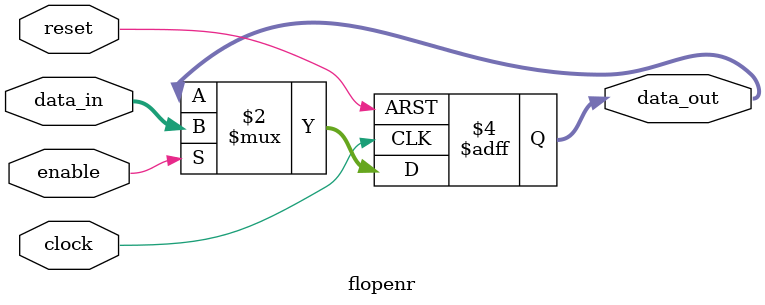
<source format=v>
module flopenr #(parameter WIDTH = 8) (
    input clock, reset,
    input enable,
    input [WIDTH-1:0] data_in,
    output reg [WIDTH-1:0] data_out
);
always @(posedge clock or posedge reset)
    if (reset)
        data_out <= 0;
    else if (enable)
        data_out <= data_in;
endmodule
</source>
